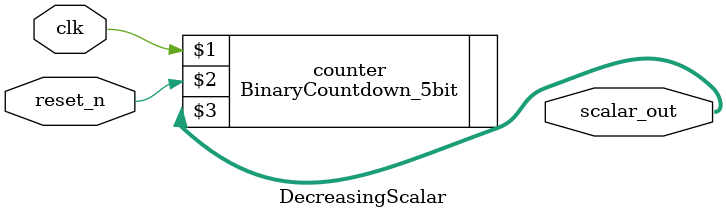
<source format=v>
module DecreasingScalar(
	input clk,
	input reset_n, // !note_on
	output [4:0]scalar_out
);


BinaryCountdown_5bit counter(
	clk,
	reset_n,
	scalar_out
);



endmodule
</source>
